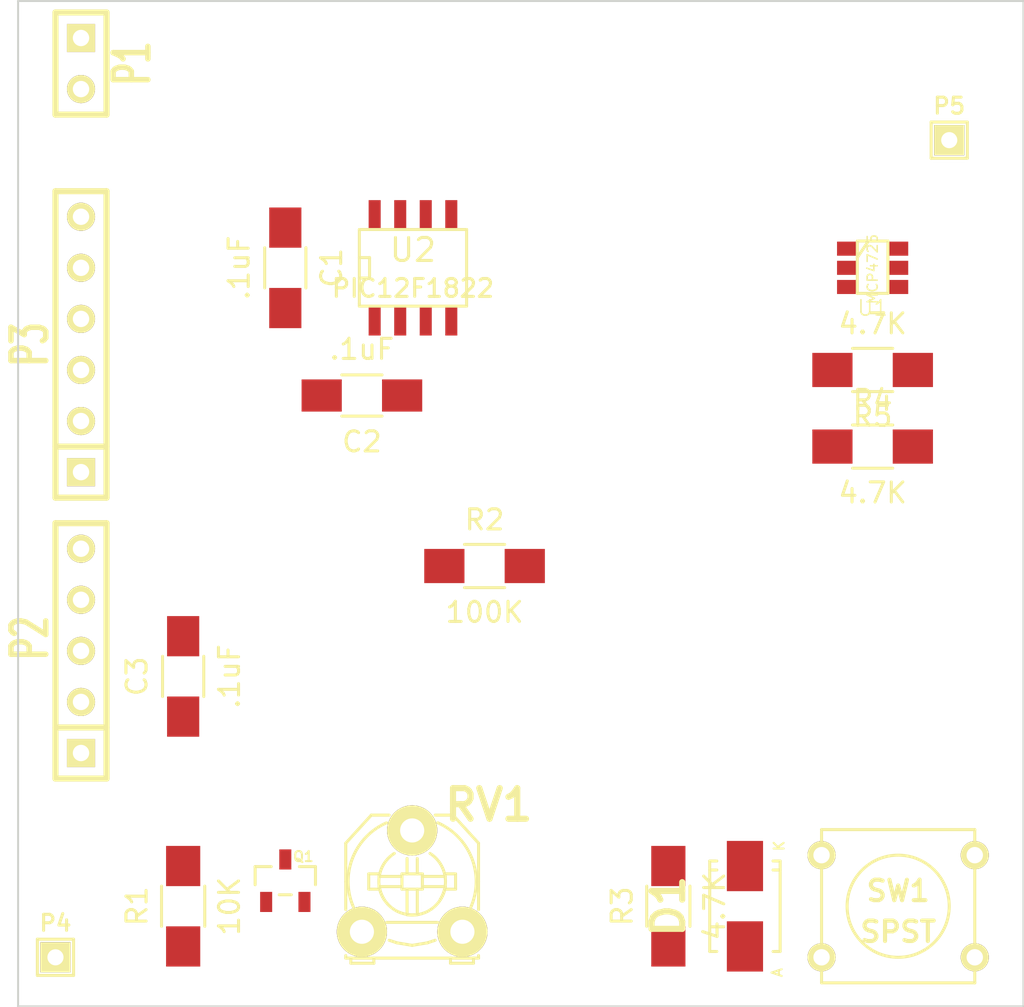
<source format=kicad_pcb>
(kicad_pcb (version 4) (host pcbnew "(2014-10-27 BZR 5228)-product")

  (general
    (links 42)
    (no_connects 42)
    (area 186.049999 114.949999 236.150001 165.050001)
    (thickness 1.6)
    (drawings 4)
    (tracks 0)
    (zones 0)
    (modules 19)
    (nets 13)
  )

  (page A3)
  (layers
    (0 F.Cu signal)
    (31 B.Cu signal)
    (32 B.Adhes user)
    (33 F.Adhes user)
    (34 B.Paste user)
    (35 F.Paste user)
    (36 B.SilkS user)
    (37 F.SilkS user)
    (38 B.Mask user)
    (39 F.Mask user)
    (40 Dwgs.User user)
    (41 Cmts.User user)
    (42 Eco1.User user)
    (43 Eco2.User user)
    (44 Edge.Cuts user)
  )

  (setup
    (last_trace_width 0.254)
    (trace_clearance 0.254)
    (zone_clearance 0.508)
    (zone_45_only no)
    (trace_min 0.254)
    (segment_width 0.2)
    (edge_width 0.1)
    (via_size 0.889)
    (via_drill 0.635)
    (via_min_size 0.889)
    (via_min_drill 0.508)
    (uvia_size 0.508)
    (uvia_drill 0.127)
    (uvias_allowed no)
    (uvia_min_size 0.508)
    (uvia_min_drill 0.127)
    (pcb_text_width 0.3)
    (pcb_text_size 1.5 1.5)
    (mod_edge_width 0.15)
    (mod_text_size 1 1)
    (mod_text_width 0.15)
    (pad_size 1.5 1.5)
    (pad_drill 0.6)
    (pad_to_mask_clearance 0)
    (aux_axis_origin 0 0)
    (visible_elements 7FFFFFFF)
    (pcbplotparams
      (layerselection 0x00030_80000001)
      (usegerberextensions true)
      (excludeedgelayer true)
      (linewidth 0.150000)
      (plotframeref false)
      (viasonmask false)
      (mode 1)
      (useauxorigin false)
      (hpglpennumber 1)
      (hpglpenspeed 20)
      (hpglpendiameter 15)
      (hpglpenoverlay 2)
      (psnegative false)
      (psa4output false)
      (plotreference true)
      (plotvalue true)
      (plotinvisibletext false)
      (padsonsilk false)
      (subtractmaskfromsilk false)
      (outputformat 1)
      (mirror false)
      (drillshape 1)
      (scaleselection 1)
      (outputdirectory ""))
  )

  (net 0 "")
  (net 1 GND)
  (net 2 Gatein)
  (net 3 MCLR)
  (net 4 PGD)
  (net 5 POT)
  (net 6 SDA)
  (net 7 TAP)
  (net 8 VCC)
  (net 9 "Net-(D1-Pad1)")
  (net 10 SCL)
  (net 11 "Net-(P5-Pad1)")
  (net 12 "Net-(Q1-Pad1)")

  (net_class Default "This is the default net class."
    (clearance 0.254)
    (trace_width 0.254)
    (via_dia 0.889)
    (via_drill 0.635)
    (uvia_dia 0.508)
    (uvia_drill 0.127)
    (add_net GND)
    (add_net Gatein)
    (add_net MCLR)
    (add_net "Net-(D1-Pad1)")
    (add_net "Net-(P5-Pad1)")
    (add_net "Net-(Q1-Pad1)")
    (add_net PGD)
    (add_net POT)
    (add_net SCL)
    (add_net SDA)
    (add_net TAP)
    (add_net VCC)
  )

  (module Connect:SIL-2 (layer F.Cu) (tedit 546EB065) (tstamp 546EB09C)
    (at 189.23 118.11 270)
    (descr "Connecteurs 2 pins")
    (tags "CONN DEV")
    (path /545C2D6E)
    (fp_text reference P1 (at 0 -2.54 270) (layer F.SilkS)
      (effects (font (size 1.72974 1.08712) (thickness 0.3048)))
    )
    (fp_text value CONN_2 (at 0 -2.54 270) (layer F.SilkS) hide
      (effects (font (size 1.524 1.016) (thickness 0.3048)))
    )
    (fp_line (start -2.54 1.27) (end -2.54 -1.27) (layer F.SilkS) (width 0.3048))
    (fp_line (start -2.54 -1.27) (end 2.54 -1.27) (layer F.SilkS) (width 0.3048))
    (fp_line (start 2.54 -1.27) (end 2.54 1.27) (layer F.SilkS) (width 0.3048))
    (fp_line (start 2.54 1.27) (end -2.54 1.27) (layer F.SilkS) (width 0.3048))
    (pad 1 thru_hole rect (at -1.27 0 270) (size 1.397 1.397) (drill 0.8128) (layers *.Cu *.Mask F.SilkS)
      (net 8 VCC))
    (pad 2 thru_hole circle (at 1.27 0 270) (size 1.397 1.397) (drill 0.8128) (layers *.Cu *.Mask F.SilkS)
      (net 1 GND))
  )

  (module Connect:SIL-5 (layer F.Cu) (tedit 546EB065) (tstamp 546EB0A1)
    (at 189.23 146.05 90)
    (descr "Connecteur 5 pins")
    (tags "CONN DEV")
    (path /545AD463)
    (fp_text reference P2 (at -0.635 -2.54 90) (layer F.SilkS)
      (effects (font (size 1.72974 1.08712) (thickness 0.3048)))
    )
    (fp_text value CONN_5 (at 0 -2.54 90) (layer F.SilkS) hide
      (effects (font (size 1.524 1.016) (thickness 0.3048)))
    )
    (fp_line (start -7.62 1.27) (end -7.62 -1.27) (layer F.SilkS) (width 0.3048))
    (fp_line (start -7.62 -1.27) (end 5.08 -1.27) (layer F.SilkS) (width 0.3048))
    (fp_line (start 5.08 -1.27) (end 5.08 1.27) (layer F.SilkS) (width 0.3048))
    (fp_line (start 5.08 1.27) (end -7.62 1.27) (layer F.SilkS) (width 0.3048))
    (fp_line (start -5.08 1.27) (end -5.08 -1.27) (layer F.SilkS) (width 0.3048))
    (pad 1 thru_hole rect (at -6.35 0 90) (size 1.397 1.397) (drill 0.8128) (layers *.Cu *.Mask F.SilkS)
      (net 3 MCLR))
    (pad 2 thru_hole circle (at -3.81 0 90) (size 1.397 1.397) (drill 0.8128) (layers *.Cu *.Mask F.SilkS)
      (net 8 VCC))
    (pad 3 thru_hole circle (at -1.27 0 90) (size 1.397 1.397) (drill 0.8128) (layers *.Cu *.Mask F.SilkS)
      (net 1 GND))
    (pad 4 thru_hole circle (at 1.27 0 90) (size 1.397 1.397) (drill 0.8128) (layers *.Cu *.Mask F.SilkS)
      (net 4 PGD))
    (pad 5 thru_hole circle (at 3.81 0 90) (size 1.397 1.397) (drill 0.8128) (layers *.Cu *.Mask F.SilkS)
      (net 10 SCL))
  )

  (module Connect:SIL-6 (layer F.Cu) (tedit 546EB065) (tstamp 546EB0A9)
    (at 189.23 132.08 90)
    (descr "Connecteur 6 pins")
    (tags "CONN DEV")
    (path /545C33CB)
    (fp_text reference P3 (at 0 -2.54 90) (layer F.SilkS)
      (effects (font (size 1.72974 1.08712) (thickness 0.3048)))
    )
    (fp_text value CONN_6 (at 0 -2.54 90) (layer F.SilkS) hide
      (effects (font (size 1.524 1.016) (thickness 0.3048)))
    )
    (fp_line (start -7.62 1.27) (end -7.62 -1.27) (layer F.SilkS) (width 0.3048))
    (fp_line (start -7.62 -1.27) (end 7.62 -1.27) (layer F.SilkS) (width 0.3048))
    (fp_line (start 7.62 -1.27) (end 7.62 1.27) (layer F.SilkS) (width 0.3048))
    (fp_line (start 7.62 1.27) (end -7.62 1.27) (layer F.SilkS) (width 0.3048))
    (fp_line (start -5.08 1.27) (end -5.08 -1.27) (layer F.SilkS) (width 0.3048))
    (pad 1 thru_hole rect (at -6.35 0 90) (size 1.397 1.397) (drill 0.8128) (layers *.Cu *.Mask F.SilkS)
      (net 1 GND))
    (pad 2 thru_hole circle (at -3.81 0 90) (size 1.397 1.397) (drill 0.8128) (layers *.Cu *.Mask F.SilkS))
    (pad 3 thru_hole circle (at -1.27 0 90) (size 1.397 1.397) (drill 0.8128) (layers *.Cu *.Mask F.SilkS)
      (net 8 VCC))
    (pad 4 thru_hole circle (at 1.27 0 90) (size 1.397 1.397) (drill 0.8128) (layers *.Cu *.Mask F.SilkS))
    (pad 5 thru_hole circle (at 3.81 0 90) (size 1.397 1.397) (drill 0.8128) (layers *.Cu *.Mask F.SilkS)
      (net 4 PGD))
    (pad 6 thru_hole circle (at 6.35 0 90) (size 1.397 1.397) (drill 0.8128) (layers *.Cu *.Mask F.SilkS))
  )

  (module Connect:SIL-1 (layer F.Cu) (tedit 546EB065) (tstamp 546EB0B2)
    (at 187.96 162.56)
    (descr "Connecteurs 1 pin")
    (tags "CONN DEV")
    (path /5462A605)
    (fp_text reference P4 (at 0 -1.7) (layer F.SilkS)
      (effects (font (size 0.8 0.8) (thickness 0.15)))
    )
    (fp_text value CONN_1 (at 0.1 -1.7) (layer F.SilkS) hide
      (effects (font (size 0.8 0.8) (thickness 0.15)))
    )
    (fp_line (start -0.9 -0.9) (end 0.9 -0.9) (layer F.SilkS) (width 0.15))
    (fp_line (start 0.9 -0.9) (end 0.9 0.9) (layer F.SilkS) (width 0.15))
    (fp_line (start 0.9 0.9) (end -0.9 0.9) (layer F.SilkS) (width 0.15))
    (fp_line (start -0.9 0.9) (end -0.9 -0.9) (layer F.SilkS) (width 0.15))
    (pad 1 thru_hole rect (at 0 0) (size 1.5 1.5) (drill 0.8) (layers *.Cu *.Mask F.SilkS)
      (net 2 Gatein))
  )

  (module Connect:SIL-1 (layer F.Cu) (tedit 546EB065) (tstamp 546EB0B6)
    (at 232.41 121.92)
    (descr "Connecteurs 1 pin")
    (tags "CONN DEV")
    (path /545C2CD4)
    (fp_text reference P5 (at 0 -1.7) (layer F.SilkS)
      (effects (font (size 0.8 0.8) (thickness 0.15)))
    )
    (fp_text value CONN_1 (at 0.1 -1.7) (layer F.SilkS) hide
      (effects (font (size 0.8 0.8) (thickness 0.15)))
    )
    (fp_line (start -0.9 -0.9) (end 0.9 -0.9) (layer F.SilkS) (width 0.15))
    (fp_line (start 0.9 -0.9) (end 0.9 0.9) (layer F.SilkS) (width 0.15))
    (fp_line (start 0.9 0.9) (end -0.9 0.9) (layer F.SilkS) (width 0.15))
    (fp_line (start -0.9 0.9) (end -0.9 -0.9) (layer F.SilkS) (width 0.15))
    (pad 1 thru_hole rect (at 0 0) (size 1.5 1.5) (drill 0.8) (layers *.Cu *.Mask F.SilkS)
      (net 11 "Net-(P5-Pad1)"))
  )

  (module Resistors_SMD:R_1206_HandSoldering (layer F.Cu) (tedit 5418A20D) (tstamp 546EB29F)
    (at 194.31 160.02 90)
    (descr "Resistor SMD 1206, hand soldering")
    (tags "resistor 1206")
    (path /5462A503)
    (attr smd)
    (fp_text reference R1 (at 0 -2.3 90) (layer F.SilkS)
      (effects (font (size 1 1) (thickness 0.15)))
    )
    (fp_text value 10K (at 0 2.3 90) (layer F.SilkS)
      (effects (font (size 1 1) (thickness 0.15)))
    )
    (fp_line (start -3.3 -1.2) (end 3.3 -1.2) (layer F.CrtYd) (width 0.05))
    (fp_line (start -3.3 1.2) (end 3.3 1.2) (layer F.CrtYd) (width 0.05))
    (fp_line (start -3.3 -1.2) (end -3.3 1.2) (layer F.CrtYd) (width 0.05))
    (fp_line (start 3.3 -1.2) (end 3.3 1.2) (layer F.CrtYd) (width 0.05))
    (fp_line (start 1 1.075) (end -1 1.075) (layer F.SilkS) (width 0.15))
    (fp_line (start -1 -1.075) (end 1 -1.075) (layer F.SilkS) (width 0.15))
    (pad 1 smd rect (at -2 0 90) (size 2 1.7) (layers F.Cu F.Paste F.Mask)
      (net 2 Gatein))
    (pad 2 smd rect (at 2 0 90) (size 2 1.7) (layers F.Cu F.Paste F.Mask)
      (net 12 "Net-(Q1-Pad1)"))
    (model Resistors_SMD/R_1206.wrl
      (at (xyz 0 0 0))
      (scale (xyz 1 1 1))
      (rotate (xyz 0 0 0))
    )
  )

  (module Resistors_SMD:R_1206_HandSoldering (layer F.Cu) (tedit 5418A20D) (tstamp 546EB2A4)
    (at 209.3 143.1)
    (descr "Resistor SMD 1206, hand soldering")
    (tags "resistor 1206")
    (path /545AF5B7)
    (attr smd)
    (fp_text reference R2 (at 0 -2.3) (layer F.SilkS)
      (effects (font (size 1 1) (thickness 0.15)))
    )
    (fp_text value 100K (at 0 2.3) (layer F.SilkS)
      (effects (font (size 1 1) (thickness 0.15)))
    )
    (fp_line (start -3.3 -1.2) (end 3.3 -1.2) (layer F.CrtYd) (width 0.05))
    (fp_line (start -3.3 1.2) (end 3.3 1.2) (layer F.CrtYd) (width 0.05))
    (fp_line (start -3.3 -1.2) (end -3.3 1.2) (layer F.CrtYd) (width 0.05))
    (fp_line (start 3.3 -1.2) (end 3.3 1.2) (layer F.CrtYd) (width 0.05))
    (fp_line (start 1 1.075) (end -1 1.075) (layer F.SilkS) (width 0.15))
    (fp_line (start -1 -1.075) (end 1 -1.075) (layer F.SilkS) (width 0.15))
    (pad 1 smd rect (at -2 0) (size 2 1.7) (layers F.Cu F.Paste F.Mask)
      (net 8 VCC))
    (pad 2 smd rect (at 2 0) (size 2 1.7) (layers F.Cu F.Paste F.Mask)
      (net 9 "Net-(D1-Pad1)"))
    (model Resistors_SMD/R_1206.wrl
      (at (xyz 0 0 0))
      (scale (xyz 1 1 1))
      (rotate (xyz 0 0 0))
    )
  )

  (module Resistors_SMD:R_1206_HandSoldering (layer F.Cu) (tedit 5418A20D) (tstamp 546EB2A9)
    (at 218.44 160.02 90)
    (descr "Resistor SMD 1206, hand soldering")
    (tags "resistor 1206")
    (path /545ACED1)
    (attr smd)
    (fp_text reference R3 (at 0 -2.3 90) (layer F.SilkS)
      (effects (font (size 1 1) (thickness 0.15)))
    )
    (fp_text value 4.7K (at 0 2.3 90) (layer F.SilkS)
      (effects (font (size 1 1) (thickness 0.15)))
    )
    (fp_line (start -3.3 -1.2) (end 3.3 -1.2) (layer F.CrtYd) (width 0.05))
    (fp_line (start -3.3 1.2) (end 3.3 1.2) (layer F.CrtYd) (width 0.05))
    (fp_line (start -3.3 -1.2) (end -3.3 1.2) (layer F.CrtYd) (width 0.05))
    (fp_line (start 3.3 -1.2) (end 3.3 1.2) (layer F.CrtYd) (width 0.05))
    (fp_line (start 1 1.075) (end -1 1.075) (layer F.SilkS) (width 0.15))
    (fp_line (start -1 -1.075) (end 1 -1.075) (layer F.SilkS) (width 0.15))
    (pad 1 smd rect (at -2 0 90) (size 2 1.7) (layers F.Cu F.Paste F.Mask)
      (net 9 "Net-(D1-Pad1)"))
    (pad 2 smd rect (at 2 0 90) (size 2 1.7) (layers F.Cu F.Paste F.Mask)
      (net 7 TAP))
    (model Resistors_SMD/R_1206.wrl
      (at (xyz 0 0 0))
      (scale (xyz 1 1 1))
      (rotate (xyz 0 0 0))
    )
  )

  (module Resistors_SMD:R_1206_HandSoldering (layer F.Cu) (tedit 5418A20D) (tstamp 546EB2AE)
    (at 228.6 137.16)
    (descr "Resistor SMD 1206, hand soldering")
    (tags "resistor 1206")
    (path /545C28E9)
    (attr smd)
    (fp_text reference R4 (at 0 -2.3) (layer F.SilkS)
      (effects (font (size 1 1) (thickness 0.15)))
    )
    (fp_text value 4.7K (at 0 2.3) (layer F.SilkS)
      (effects (font (size 1 1) (thickness 0.15)))
    )
    (fp_line (start -3.3 -1.2) (end 3.3 -1.2) (layer F.CrtYd) (width 0.05))
    (fp_line (start -3.3 1.2) (end 3.3 1.2) (layer F.CrtYd) (width 0.05))
    (fp_line (start -3.3 -1.2) (end -3.3 1.2) (layer F.CrtYd) (width 0.05))
    (fp_line (start 3.3 -1.2) (end 3.3 1.2) (layer F.CrtYd) (width 0.05))
    (fp_line (start 1 1.075) (end -1 1.075) (layer F.SilkS) (width 0.15))
    (fp_line (start -1 -1.075) (end 1 -1.075) (layer F.SilkS) (width 0.15))
    (pad 1 smd rect (at -2 0) (size 2 1.7) (layers F.Cu F.Paste F.Mask)
      (net 8 VCC))
    (pad 2 smd rect (at 2 0) (size 2 1.7) (layers F.Cu F.Paste F.Mask)
      (net 6 SDA))
    (model Resistors_SMD/R_1206.wrl
      (at (xyz 0 0 0))
      (scale (xyz 1 1 1))
      (rotate (xyz 0 0 0))
    )
  )

  (module Resistors_SMD:R_1206_HandSoldering (layer F.Cu) (tedit 5418A20D) (tstamp 546EB2B3)
    (at 228.6 133.35 180)
    (descr "Resistor SMD 1206, hand soldering")
    (tags "resistor 1206")
    (path /545C28EF)
    (attr smd)
    (fp_text reference R5 (at 0 -2.3 180) (layer F.SilkS)
      (effects (font (size 1 1) (thickness 0.15)))
    )
    (fp_text value 4.7K (at 0 2.3 180) (layer F.SilkS)
      (effects (font (size 1 1) (thickness 0.15)))
    )
    (fp_line (start -3.3 -1.2) (end 3.3 -1.2) (layer F.CrtYd) (width 0.05))
    (fp_line (start -3.3 1.2) (end 3.3 1.2) (layer F.CrtYd) (width 0.05))
    (fp_line (start -3.3 -1.2) (end -3.3 1.2) (layer F.CrtYd) (width 0.05))
    (fp_line (start 3.3 -1.2) (end 3.3 1.2) (layer F.CrtYd) (width 0.05))
    (fp_line (start 1 1.075) (end -1 1.075) (layer F.SilkS) (width 0.15))
    (fp_line (start -1 -1.075) (end 1 -1.075) (layer F.SilkS) (width 0.15))
    (pad 1 smd rect (at -2 0 180) (size 2 1.7) (layers F.Cu F.Paste F.Mask)
      (net 10 SCL))
    (pad 2 smd rect (at 2 0 180) (size 2 1.7) (layers F.Cu F.Paste F.Mask)
      (net 8 VCC))
    (model Resistors_SMD/R_1206.wrl
      (at (xyz 0 0 0))
      (scale (xyz 1 1 1))
      (rotate (xyz 0 0 0))
    )
  )

  (module Potentiometers:Potentiometer_Triwood_RM-065 (layer F.Cu) (tedit 53FABC1B) (tstamp 546EB2B8)
    (at 203.2 161.29)
    (descr "Potentiometer, Trimmer, RM-065")
    (tags "Potentiometer, Trimmer, RM-065")
    (path /545B75D4)
    (fp_text reference RV1 (at 6.30936 -6.30936) (layer F.SilkS)
      (effects (font (thickness 0.3048)))
    )
    (fp_text value POT (at 2.49936 2.58064) (layer F.SilkS) hide
      (effects (font (thickness 0.3048)))
    )
    (fp_line (start 2.24536 -2.88036) (end 2.24536 -3.64236) (layer F.SilkS) (width 0.15))
    (fp_line (start 2.75336 -2.88036) (end 2.75336 -3.64236) (layer F.SilkS) (width 0.15))
    (fp_arc (start 2.49936 -2.49936) (end 4.15036 -2.24536) (angle 90) (layer F.SilkS) (width 0.15))
    (fp_arc (start 2.49936 -2.49936) (end 2.62636 -0.84836) (angle 90) (layer F.SilkS) (width 0.15))
    (fp_arc (start 2.49936 -2.49936) (end 3.38836 -3.89636) (angle 90) (layer F.SilkS) (width 0.15))
    (fp_arc (start 2.49936 -2.49936) (end 1.10236 -1.61036) (angle 90) (layer F.SilkS) (width 0.15))
    (fp_line (start -0.80264 1.31064) (end -0.80264 1.18364) (layer F.SilkS) (width 0.15))
    (fp_line (start -0.80264 -2.49936) (end -0.80264 -1.10236) (layer F.SilkS) (width 0.15))
    (fp_line (start 5.80136 1.31064) (end 5.80136 1.18364) (layer F.SilkS) (width 0.15))
    (fp_line (start 5.80136 -2.49936) (end 5.80136 -1.10236) (layer F.SilkS) (width 0.15))
    (fp_line (start 1.35636 0.42164) (end 1.73736 0.54864) (layer F.SilkS) (width 0.15))
    (fp_line (start 1.73736 0.54864) (end 2.49936 0.67564) (layer F.SilkS) (width 0.15))
    (fp_line (start 2.49936 0.67564) (end 3.26136 0.54864) (layer F.SilkS) (width 0.15))
    (fp_line (start 3.26136 0.54864) (end 3.64236 0.42164) (layer F.SilkS) (width 0.15))
    (fp_line (start 1.22936 -0.46736) (end 3.76936 -0.46736) (layer F.SilkS) (width 0.15))
    (fp_arc (start 2.49936 -2.49936) (end 3.76936 -5.42036) (angle 90) (layer F.SilkS) (width 0.15))
    (fp_arc (start 2.49936 -2.49936) (end -0.42164 -1.22936) (angle 90) (layer F.SilkS) (width 0.15))
    (fp_line (start 4.53136 -5.80136) (end 3.64236 -5.80136) (layer F.SilkS) (width 0.15))
    (fp_line (start 1.35636 -5.80136) (end 0.46736 -5.80136) (layer F.SilkS) (width 0.15))
    (fp_line (start 4.15036 -2.88036) (end 4.65836 -2.88036) (layer F.SilkS) (width 0.15))
    (fp_line (start 4.65836 -2.88036) (end 4.65836 -2.11836) (layer F.SilkS) (width 0.15))
    (fp_line (start 4.65836 -2.11836) (end 4.15036 -2.11836) (layer F.SilkS) (width 0.15))
    (fp_line (start 0.84836 -2.88036) (end 0.34036 -2.88036) (layer F.SilkS) (width 0.15))
    (fp_line (start 0.34036 -2.88036) (end 0.34036 -2.11836) (layer F.SilkS) (width 0.15))
    (fp_line (start 0.34036 -2.11836) (end 0.84836 -2.11836) (layer F.SilkS) (width 0.15))
    (fp_line (start 3.00736 -2.24536) (end 4.15036 -2.24536) (layer F.SilkS) (width 0.15))
    (fp_line (start 3.00736 -2.75336) (end 4.15036 -2.75336) (layer F.SilkS) (width 0.15))
    (fp_line (start 1.99136 -2.24536) (end 0.84836 -2.24536) (layer F.SilkS) (width 0.15))
    (fp_line (start 1.99136 -2.75336) (end 0.84836 -2.75336) (layer F.SilkS) (width 0.15))
    (fp_line (start 2.75336 -2.11836) (end 2.75336 -0.84836) (layer F.SilkS) (width 0.15))
    (fp_line (start 2.24536 -2.11836) (end 2.24536 -0.84836) (layer F.SilkS) (width 0.15))
    (fp_line (start 1.99136 -2.88036) (end 1.99136 -2.11836) (layer F.SilkS) (width 0.15))
    (fp_line (start 1.99136 -2.11836) (end 3.00736 -2.11836) (layer F.SilkS) (width 0.15))
    (fp_line (start 3.00736 -2.11836) (end 3.00736 -2.88036) (layer F.SilkS) (width 0.15))
    (fp_line (start 3.00736 -2.88036) (end 1.99136 -2.88036) (layer F.SilkS) (width 0.15))
    (fp_line (start 0.46736 -5.80136) (end -0.80264 -4.40436) (layer F.SilkS) (width 0.15))
    (fp_line (start -0.80264 -4.40436) (end -0.80264 -2.49936) (layer F.SilkS) (width 0.15))
    (fp_line (start 4.53136 -5.80136) (end 5.80136 -4.40436) (layer F.SilkS) (width 0.15))
    (fp_line (start 5.80136 -4.40436) (end 5.80136 -2.49936) (layer F.SilkS) (width 0.15))
    (fp_line (start 5.54736 1.31064) (end 5.54736 1.56464) (layer F.SilkS) (width 0.15))
    (fp_line (start 5.54736 1.56464) (end 4.40436 1.56464) (layer F.SilkS) (width 0.15))
    (fp_line (start 4.40436 1.56464) (end 4.40436 1.31064) (layer F.SilkS) (width 0.15))
    (fp_line (start -0.54864 1.31064) (end -0.54864 1.56464) (layer F.SilkS) (width 0.15))
    (fp_line (start -0.54864 1.56464) (end 0.59436 1.56464) (layer F.SilkS) (width 0.15))
    (fp_line (start 0.59436 1.56464) (end 0.59436 1.31064) (layer F.SilkS) (width 0.15))
    (fp_line (start -0.80264 1.31064) (end 5.80136 1.31064) (layer F.SilkS) (width 0.15))
    (pad 2 thru_hole circle (at 2.49936 -5.03936) (size 2.49936 2.49936) (drill 1.19888) (layers *.Cu *.Mask F.SilkS)
      (net 5 POT))
    (pad 3 thru_hole circle (at 4.99872 0) (size 2.49936 2.49936) (drill 1.19888) (layers *.Cu *.Mask F.SilkS)
      (net 1 GND))
    (pad 1 thru_hole circle (at 0 0) (size 2.49936 2.49936) (drill 1.19888) (layers *.Cu *.Mask F.SilkS)
      (net 8 VCC))
    (model pot_Triwood_RM-065.wrl
      (at (xyz 0 0 0))
      (scale (xyz 4 4 4))
      (rotate (xyz 0 0 0))
    )
  )

  (module Diodes_SMD:Diode-SMA_Standard (layer F.Cu) (tedit 5403E41A) (tstamp 54720B1E)
    (at 222.25 160.02 90)
    (descr "Diode SMA")
    (tags "Diode SMA")
    (path /545ACEE7)
    (attr smd)
    (fp_text reference D1 (at 0 -3.81 90) (layer F.SilkS)
      (effects (font (thickness 0.3048)))
    )
    (fp_text value DIODE (at 0 3.81 90) (layer F.SilkS) hide
      (effects (font (thickness 0.3048)))
    )
    (fp_text user A (at -3.29946 1.6002 90) (layer F.SilkS)
      (effects (font (size 0.50038 0.50038) (thickness 0.09906)))
    )
    (fp_text user K (at 2.99974 1.69926 90) (layer F.SilkS)
      (effects (font (size 0.50038 0.50038) (thickness 0.09906)))
    )
    (fp_circle (center 0 0) (end 0.20066 -0.0508) (layer F.Adhes) (width 0.381))
    (fp_line (start 1.80086 1.75006) (end 1.80086 1.39954) (layer F.SilkS) (width 0.15))
    (fp_line (start 1.80086 -1.75006) (end 1.80086 -1.39954) (layer F.SilkS) (width 0.15))
    (fp_line (start 2.25044 1.75006) (end 2.25044 1.39954) (layer F.SilkS) (width 0.15))
    (fp_line (start -2.25044 1.75006) (end -2.25044 1.39954) (layer F.SilkS) (width 0.15))
    (fp_line (start -2.25044 -1.75006) (end -2.25044 -1.39954) (layer F.SilkS) (width 0.15))
    (fp_line (start 2.25044 -1.75006) (end 2.25044 -1.39954) (layer F.SilkS) (width 0.15))
    (fp_line (start -2.25044 1.75006) (end 2.25044 1.75006) (layer F.SilkS) (width 0.15))
    (fp_line (start -2.25044 -1.75006) (end 2.25044 -1.75006) (layer F.SilkS) (width 0.15))
    (pad 1 smd rect (at -1.99898 0 90) (size 2.49936 1.80086) (layers F.Cu F.Paste F.Mask)
      (net 9 "Net-(D1-Pad1)"))
    (pad 2 smd rect (at 1.99898 0 90) (size 2.49936 1.80086) (layers F.Cu F.Paste F.Mask)
      (net 7 TAP))
    (model Diodes_SMD/Diode-SMA.wrl
      (at (xyz 0 0 0))
      (scale (xyz 0.3937 0.3937 0.3937))
      (rotate (xyz 0 0 0))
    )
  )

  (module Transistors_SMD:sot23 (layer F.Cu) (tedit 5471F24E) (tstamp 54720B2E)
    (at 199.39 158.75)
    (descr SOT23)
    (path /545AF35E)
    (attr smd)
    (fp_text reference Q1 (at 0.9 -1.2) (layer F.SilkS)
      (effects (font (size 0.50038 0.50038) (thickness 0.09906)))
    )
    (fp_text value 2N3904 (at 0 2.3) (layer F.SilkS) hide
      (effects (font (size 0.50038 0.50038) (thickness 0.09906)))
    )
    (fp_line (start -1.5 0.2) (end -1.5 -0.7) (layer F.SilkS) (width 0.15))
    (fp_line (start -1.5 -0.7) (end -0.7 -0.7) (layer F.SilkS) (width 0.15))
    (fp_line (start 1.5 0.2) (end 1.5 -0.7) (layer F.SilkS) (width 0.15))
    (fp_line (start 1.5 -0.7) (end 0.7 -0.7) (layer F.SilkS) (width 0.15))
    (fp_line (start 0.3 0.7) (end -0.3 0.7) (layer F.SilkS) (width 0.15))
    (pad 1 smd rect (at -0.9525 1.05664) (size 0.59944 1.00076) (layers F.Cu F.Paste F.Mask)
      (net 12 "Net-(Q1-Pad1)"))
    (pad 3 smd rect (at 0 -1.05664) (size 0.59944 1.00076) (layers F.Cu F.Paste F.Mask)
      (net 9 "Net-(D1-Pad1)"))
    (pad 2 smd rect (at 0.9525 1.05664) (size 0.59944 1.00076) (layers F.Cu F.Paste F.Mask)
      (net 1 GND))
    (model smd/smd_transistors/sot23.wrl
      (at (xyz 0 0 0))
      (scale (xyz 1 1 1))
      (rotate (xyz 0 0 0))
    )
  )

  (module Discret:SW_PUSH_SMALL (layer F.Cu) (tedit 547219AA) (tstamp 54720BB2)
    (at 229.87 160.02)
    (path /545AF73A)
    (fp_text reference SW1 (at 0 -0.762) (layer F.SilkS)
      (effects (font (size 1.016 1.016) (thickness 0.2032)))
    )
    (fp_text value SPST (at 0 1.27) (layer F.SilkS)
      (effects (font (size 1.016 1.016) (thickness 0.2032)))
    )
    (fp_circle (center 0 0) (end 0 -2.54) (layer F.SilkS) (width 0.15))
    (fp_line (start -3.81 -3.81) (end 3.81 -3.81) (layer F.SilkS) (width 0.15))
    (fp_line (start 3.81 -3.81) (end 3.81 3.81) (layer F.SilkS) (width 0.15))
    (fp_line (start 3.81 3.81) (end -3.81 3.81) (layer F.SilkS) (width 0.15))
    (fp_line (start -3.81 -3.81) (end -3.81 3.81) (layer F.SilkS) (width 0.15))
    (pad 1 thru_hole circle (at 3.81 -2.54) (size 1.397 1.397) (drill 0.8128) (layers *.Cu *.Mask F.SilkS)
      (net 1 GND))
    (pad 2 thru_hole circle (at 3.81 2.54) (size 1.397 1.397) (drill 0.8128) (layers *.Cu *.Mask F.SilkS)
      (net 9 "Net-(D1-Pad1)"))
    (pad 1 thru_hole circle (at -3.81 -2.54) (size 1.397 1.397) (drill 0.8128) (layers *.Cu *.Mask F.SilkS)
      (net 1 GND))
    (pad 2 thru_hole circle (at -3.81 2.54) (size 1.397 1.397) (drill 0.8128) (layers *.Cu *.Mask F.SilkS)
      (net 9 "Net-(D1-Pad1)"))
  )

  (module Capacitors_SMD:C_1206_HandSoldering (layer F.Cu) (tedit 541A9C03) (tstamp 54723368)
    (at 199.39 128.27 270)
    (descr "Capacitor SMD 1206, hand soldering")
    (tags "capacitor 1206")
    (path /545C31CA)
    (attr smd)
    (fp_text reference C1 (at 0 -2.3 270) (layer F.SilkS)
      (effects (font (size 1 1) (thickness 0.15)))
    )
    (fp_text value .1uF (at 0 2.3 270) (layer F.SilkS)
      (effects (font (size 1 1) (thickness 0.15)))
    )
    (fp_line (start -3.3 -1.15) (end 3.3 -1.15) (layer F.CrtYd) (width 0.05))
    (fp_line (start -3.3 1.15) (end 3.3 1.15) (layer F.CrtYd) (width 0.05))
    (fp_line (start -3.3 -1.15) (end -3.3 1.15) (layer F.CrtYd) (width 0.05))
    (fp_line (start 3.3 -1.15) (end 3.3 1.15) (layer F.CrtYd) (width 0.05))
    (fp_line (start 1 -1.025) (end -1 -1.025) (layer F.SilkS) (width 0.15))
    (fp_line (start -1 1.025) (end 1 1.025) (layer F.SilkS) (width 0.15))
    (pad 1 smd rect (at -2 0 270) (size 2 1.6) (layers F.Cu F.Paste F.Mask)
      (net 1 GND))
    (pad 2 smd rect (at 2 0 270) (size 2 1.6) (layers F.Cu F.Paste F.Mask)
      (net 8 VCC))
    (model Capacitors_SMD/C_1206N.wrl
      (at (xyz 0 0 0))
      (scale (xyz 1 1 1))
      (rotate (xyz 0 0 0))
    )
  )

  (module Capacitors_SMD:C_1206_HandSoldering (layer F.Cu) (tedit 541A9C03) (tstamp 54723373)
    (at 203.2 134.62 180)
    (descr "Capacitor SMD 1206, hand soldering")
    (tags "capacitor 1206")
    (path /545ACF5F)
    (attr smd)
    (fp_text reference C2 (at 0 -2.3 180) (layer F.SilkS)
      (effects (font (size 1 1) (thickness 0.15)))
    )
    (fp_text value .1uF (at 0 2.3 180) (layer F.SilkS)
      (effects (font (size 1 1) (thickness 0.15)))
    )
    (fp_line (start -3.3 -1.15) (end 3.3 -1.15) (layer F.CrtYd) (width 0.05))
    (fp_line (start -3.3 1.15) (end 3.3 1.15) (layer F.CrtYd) (width 0.05))
    (fp_line (start -3.3 -1.15) (end -3.3 1.15) (layer F.CrtYd) (width 0.05))
    (fp_line (start 3.3 -1.15) (end 3.3 1.15) (layer F.CrtYd) (width 0.05))
    (fp_line (start 1 -1.025) (end -1 -1.025) (layer F.SilkS) (width 0.15))
    (fp_line (start -1 1.025) (end 1 1.025) (layer F.SilkS) (width 0.15))
    (pad 1 smd rect (at -2 0 180) (size 2 1.6) (layers F.Cu F.Paste F.Mask)
      (net 7 TAP))
    (pad 2 smd rect (at 2 0 180) (size 2 1.6) (layers F.Cu F.Paste F.Mask)
      (net 1 GND))
    (model Capacitors_SMD/C_1206N.wrl
      (at (xyz 0 0 0))
      (scale (xyz 1 1 1))
      (rotate (xyz 0 0 0))
    )
  )

  (module Capacitors_SMD:C_1206_HandSoldering (layer F.Cu) (tedit 541A9C03) (tstamp 5472337E)
    (at 194.31 148.59 90)
    (descr "Capacitor SMD 1206, hand soldering")
    (tags "capacitor 1206")
    (path /545C302B)
    (attr smd)
    (fp_text reference C3 (at 0 -2.3 90) (layer F.SilkS)
      (effects (font (size 1 1) (thickness 0.15)))
    )
    (fp_text value .1uF (at 0 2.3 90) (layer F.SilkS)
      (effects (font (size 1 1) (thickness 0.15)))
    )
    (fp_line (start -3.3 -1.15) (end 3.3 -1.15) (layer F.CrtYd) (width 0.05))
    (fp_line (start -3.3 1.15) (end 3.3 1.15) (layer F.CrtYd) (width 0.05))
    (fp_line (start -3.3 -1.15) (end -3.3 1.15) (layer F.CrtYd) (width 0.05))
    (fp_line (start 3.3 -1.15) (end 3.3 1.15) (layer F.CrtYd) (width 0.05))
    (fp_line (start 1 -1.025) (end -1 -1.025) (layer F.SilkS) (width 0.15))
    (fp_line (start -1 1.025) (end 1 1.025) (layer F.SilkS) (width 0.15))
    (pad 1 smd rect (at -2 0 90) (size 2 1.6) (layers F.Cu F.Paste F.Mask)
      (net 8 VCC))
    (pad 2 smd rect (at 2 0 90) (size 2 1.6) (layers F.Cu F.Paste F.Mask)
      (net 1 GND))
    (model Capacitors_SMD/C_1206N.wrl
      (at (xyz 0 0 0))
      (scale (xyz 1 1 1))
      (rotate (xyz 0 0 0))
    )
  )

  (module SMD_Packages:SOT-23-6 (layer F.Cu) (tedit 5472198C) (tstamp 54726C65)
    (at 228.6 128.27 270)
    (path /545B7D73)
    (fp_text reference U1 (at 1.99898 0 360) (layer F.SilkS)
      (effects (font (size 0.762 0.762) (thickness 0.0762)))
    )
    (fp_text value MCP4725 (at 0.0635 0 270) (layer F.SilkS)
      (effects (font (size 0.50038 0.50038) (thickness 0.0762)))
    )
    (fp_line (start -0.508 0.762) (end -1.27 0.254) (layer F.SilkS) (width 0.15))
    (fp_line (start 1.27 0.762) (end -1.3335 0.762) (layer F.SilkS) (width 0.15))
    (fp_line (start -1.3335 0.762) (end -1.3335 -0.762) (layer F.SilkS) (width 0.15))
    (fp_line (start -1.3335 -0.762) (end 1.27 -0.762) (layer F.SilkS) (width 0.15))
    (fp_line (start 1.27 -0.762) (end 1.27 0.762) (layer F.SilkS) (width 0.15))
    (pad 6 smd rect (at -0.9525 -1.27 270) (size 0.70104 1.00076) (layers F.Cu F.Paste F.Mask)
      (net 1 GND))
    (pad 5 smd rect (at 0 -1.27 270) (size 0.70104 1.00076) (layers F.Cu F.Paste F.Mask)
      (net 10 SCL))
    (pad 4 smd rect (at 0.9525 -1.27 270) (size 0.70104 1.00076) (layers F.Cu F.Paste F.Mask)
      (net 6 SDA))
    (pad 3 smd rect (at 0.9525 1.27 270) (size 0.70104 1.00076) (layers F.Cu F.Paste F.Mask)
      (net 8 VCC))
    (pad 2 smd rect (at 0 1.27 270) (size 0.70104 1.00076) (layers F.Cu F.Paste F.Mask)
      (net 1 GND))
    (pad 1 smd rect (at -0.9525 1.27 270) (size 0.70104 1.00076) (layers F.Cu F.Paste F.Mask)
      (net 11 "Net-(P5-Pad1)"))
    (model smd/SOT23_6.wrl
      (at (xyz 0 0 0))
      (scale (xyz 0.11 0.11 0.11))
      (rotate (xyz 0 0 0))
    )
  )

  (module SMD_Packages:SOIC-8-W (layer F.Cu) (tedit 5472198C) (tstamp 54726C73)
    (at 205.74 128.27)
    (descr "module SMD SOIC SOJ 8 pins etroit")
    (tags "CMS SOJ")
    (path /545AF249)
    (attr smd)
    (fp_text reference U2 (at 0 -0.889) (layer F.SilkS)
      (effects (font (size 1.143 1.143) (thickness 0.1524)))
    )
    (fp_text value PIC12F1822 (at 0 1.016) (layer F.SilkS)
      (effects (font (size 0.889 0.889) (thickness 0.1524)))
    )
    (fp_line (start -2.667 1.778) (end -2.667 1.905) (layer F.SilkS) (width 0.15))
    (fp_line (start -2.667 1.905) (end 2.667 1.905) (layer F.SilkS) (width 0.15))
    (fp_line (start 2.667 -1.905) (end -2.667 -1.905) (layer F.SilkS) (width 0.15))
    (fp_line (start -2.667 -1.905) (end -2.667 1.778) (layer F.SilkS) (width 0.15))
    (fp_line (start -2.667 -0.508) (end -2.159 -0.508) (layer F.SilkS) (width 0.15))
    (fp_line (start -2.159 -0.508) (end -2.159 0.508) (layer F.SilkS) (width 0.15))
    (fp_line (start -2.159 0.508) (end -2.667 0.508) (layer F.SilkS) (width 0.15))
    (fp_line (start 2.667 -1.905) (end 2.667 1.905) (layer F.SilkS) (width 0.15))
    (pad 8 smd rect (at -1.905 -2.667) (size 0.59944 1.39954) (layers F.Cu F.Paste F.Mask)
      (net 1 GND))
    (pad 1 smd rect (at -1.905 2.667) (size 0.59944 1.39954) (layers F.Cu F.Paste F.Mask)
      (net 8 VCC))
    (pad 7 smd rect (at -0.635 -2.667) (size 0.59944 1.39954) (layers F.Cu F.Paste F.Mask)
      (net 4 PGD))
    (pad 6 smd rect (at 0.635 -2.667) (size 0.59944 1.39954) (layers F.Cu F.Paste F.Mask)
      (net 10 SCL))
    (pad 5 smd rect (at 1.905 -2.667) (size 0.59944 1.39954) (layers F.Cu F.Paste F.Mask)
      (net 6 SDA))
    (pad 2 smd rect (at -0.635 2.667) (size 0.59944 1.39954) (layers F.Cu F.Paste F.Mask)
      (net 7 TAP))
    (pad 3 smd rect (at 0.635 2.667) (size 0.59944 1.39954) (layers F.Cu F.Paste F.Mask)
      (net 5 POT))
    (pad 4 smd rect (at 1.905 2.667) (size 0.59944 1.39954) (layers F.Cu F.Paste F.Mask)
      (net 3 MCLR))
    (model smd/cms_so8.wrl
      (at (xyz 0 0 0))
      (scale (xyz 0.5 0.32 0.5))
      (rotate (xyz 0 0 0))
    )
  )

  (gr_line (start 186.1 115) (end 186.1 165) (angle 90) (layer Edge.Cuts) (width 0.1))
  (gr_line (start 236.1 115) (end 186.1 115) (angle 90) (layer Edge.Cuts) (width 0.1))
  (gr_line (start 236.1 165) (end 236.1 115) (angle 90) (layer Edge.Cuts) (width 0.1))
  (gr_line (start 186.1 165) (end 236.1 165) (angle 90) (layer Edge.Cuts) (width 0.1))

)

</source>
